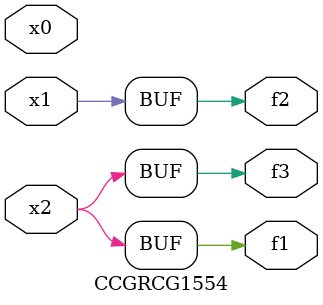
<source format=v>
module CCGRCG1554(
	input x0, x1, x2,
	output f1, f2, f3
);
	assign f1 = x2;
	assign f2 = x1;
	assign f3 = x2;
endmodule

</source>
